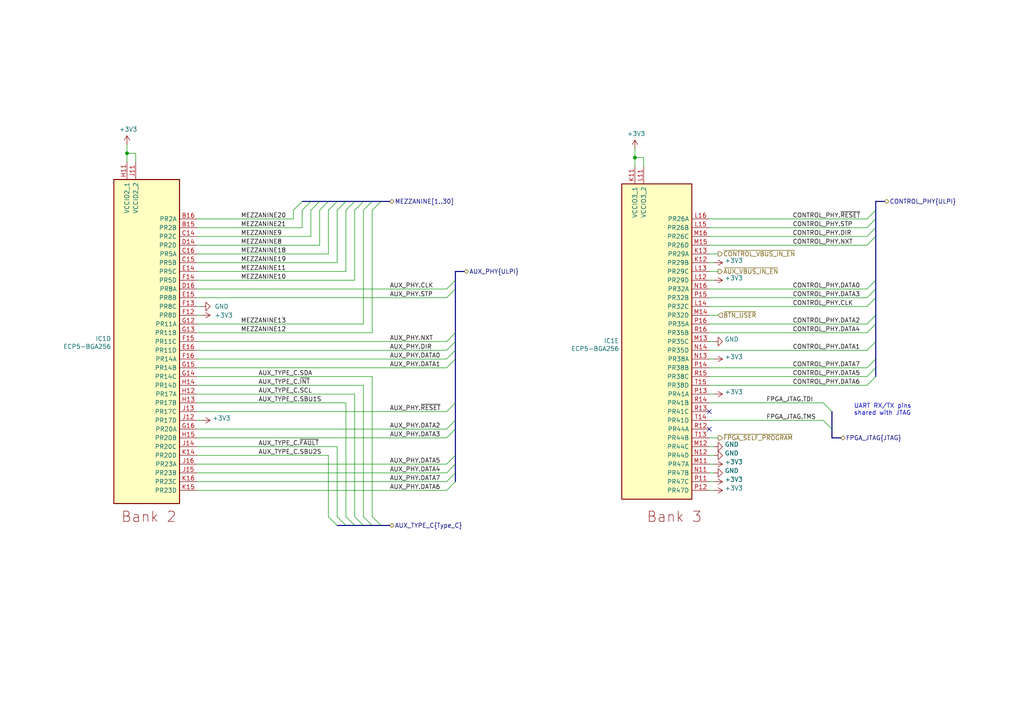
<source format=kicad_sch>
(kicad_sch (version 20230121) (generator eeschema)
  (paper "A4")
  (title_block (title "Cynthion") (date "${DATE}") (rev "${VERSION}") (company "Copyright 2019-2023 Great Scott Gadgets") (comment 1 "Licensed under the CERN-OHL-P v2"))
  (lib_symbols
    (symbol "fpgas_and_processors:ECP5-BGA256" (pin_names (offset 0.762))
      (property "Reference" "IC" (at -2.54 1.27 0))
      (property "Value" "ECP5-BGA256" (at 10.16 1.27 0))
      (symbol "ECP5-BGA256_1_0"
        (rectangle (start 5.08 0) (end 33.02 -71.12) (stroke (width 0.3048)) (fill (type background)))
      )
      (symbol "ECP5-BGA256_1_1"
        (text "FPGA Supplies" (at 19.05 -76.2 0) (effects (font (size 2.9972 2.9972))))
        (pin power_in line (at 38.1 -2.54 180) (length 5.08) (name "GND_1") (number "A1"))
        (pin power_in line (at 38.1 -5.08 180) (length 5.08) (name "GND_2") (number "A16"))
        (pin power_in line (at 38.1 -10.16 180) (length 5.08) (name "GND_4") (number "D15"))
        (pin power_in line (at 38.1 -7.62 180) (length 5.08) (name "GND_3") (number "D2"))
        (pin power_in line (at 38.1 -12.7 180) (length 5.08) (name "GND_5") (number "F8"))
        (pin power_in line (at 38.1 -15.24 180) (length 5.08) (name "GND_6") (number "F9"))
        (pin power_in line (at 38.1 -20.32 180) (length 5.08) (name "GND_8") (number "G10"))
        (pin power_in line (at 0 -66.04 0) (length 5.08) (name "VCCAUX_1") (number "G11"))
        (pin power_in line (at 0 -2.54 0) (length 5.08) (name "VCC_1") (number "G6"))
        (pin power_in line (at 0 -5.08 0) (length 5.08) (name "VCC_2") (number "G7"))
        (pin power_in line (at 38.1 -17.78 180) (length 5.08) (name "GND_7") (number "G8"))
        (pin power_in line (at 0 -7.62 0) (length 5.08) (name "VCC_3") (number "G9"))
        (pin power_in line (at 38.1 -22.86 180) (length 5.08) (name "GND_9") (number "H1"))
        (pin power_in line (at 38.1 -30.48 180) (length 5.08) (name "GND_12") (number "H10"))
        (pin power_in line (at 38.1 -33.02 180) (length 5.08) (name "GND_13") (number "H16"))
        (pin power_in line (at 38.1 -25.4 180) (length 5.08) (name "GND_10") (number "H8"))
        (pin power_in line (at 38.1 -27.94 180) (length 5.08) (name "GND_11") (number "H9"))
        (pin power_in line (at 38.1 -40.64 180) (length 5.08) (name "GND_16") (number "J10"))
        (pin power_in line (at 38.1 -35.56 180) (length 5.08) (name "GND_14") (number "J8"))
        (pin power_in line (at 38.1 -38.1 180) (length 5.08) (name "GND_15") (number "J9"))
        (pin power_in line (at 38.1 -53.34 180) (length 5.08) (name "GND_21") (number "K10"))
        (pin power_in line (at 38.1 -43.18 180) (length 5.08) (name "GND_17") (number "K6"))
        (pin power_in line (at 38.1 -45.72 180) (length 5.08) (name "GND_18") (number "K7"))
        (pin power_in line (at 38.1 -48.26 180) (length 5.08) (name "GND_19") (number "K8"))
        (pin power_in line (at 38.1 -50.8 180) (length 5.08) (name "GND_20") (number "K9"))
        (pin power_in line (at 0 -15.24 0) (length 5.08) (name "VCC_6") (number "L10"))
        (pin power_in line (at 0 -68.58 0) (length 5.08) (name "VCCAUX_2") (number "L7"))
        (pin power_in line (at 0 -10.16 0) (length 5.08) (name "VCC_4") (number "L8"))
        (pin power_in line (at 0 -12.7 0) (length 5.08) (name "VCC_5") (number "L9"))
        (pin power_in line (at 38.1 -58.42 180) (length 5.08) (name "GND_23") (number "N15"))
        (pin power_in line (at 38.1 -55.88 180) (length 5.08) (name "GND_22") (number "N2"))
        (pin power_in line (at 38.1 -60.96 180) (length 5.08) (name "GND_24") (number "T1"))
        (pin power_in line (at 38.1 -66.04 180) (length 5.08) (name "GND_26") (number "T12"))
        (pin power_in line (at 38.1 -68.58 180) (length 5.08) (name "GND_27") (number "T16"))
        (pin power_in line (at 38.1 -63.5 180) (length 5.08) (name "GND_25") (number "T5"))
      )
      (symbol "ECP5-BGA256_2_1"
        (rectangle (start 0 0) (end 19.05 -74.93) (stroke (width 0.3048)) (fill (type background)))
        (text "Bank 0" (at 10.16 -78.74 0) (effects (font (size 2.9972 2.9972))))
        (pin bidirectional line (at 24.13 -11.43 180) (length 5.08) (name "PT4A") (number "A2"))
        (pin bidirectional line (at 24.13 -16.51 180) (length 5.08) (name "PT6A") (number "A3"))
        (pin bidirectional line (at 24.13 -19.05 180) (length 5.08) (name "PT6B") (number "A4"))
        (pin bidirectional line (at 24.13 -43.18 180) (length 5.08) (name "PT18A") (number "A5"))
        (pin bidirectional line (at 24.13 -45.72 180) (length 5.08) (name "PT18B") (number "A6"))
        (pin bidirectional line (at 24.13 -68.58 180) (length 5.08) (name "PT29A") (number "A7"))
        (pin bidirectional line (at 24.13 -71.12 180) (length 5.08) (name "PT29B") (number "A8"))
        (pin bidirectional line (at 24.13 -13.97 180) (length 5.08) (name "PT4B") (number "B3"))
        (pin bidirectional line (at 24.13 -29.21 180) (length 5.08) (name "PT11B") (number "B4"))
        (pin bidirectional line (at 24.13 -39.37 180) (length 5.08) (name "PT15B") (number "B5"))
        (pin bidirectional line (at 24.13 -55.88 180) (length 5.08) (name "PT22B") (number "B6"))
        (pin bidirectional line (at 24.13 -66.04 180) (length 5.08) (name "PT27B") (number "B7"))
        (pin bidirectional line (at 24.13 -26.67 180) (length 5.08) (name "PT11A") (number "C4"))
        (pin bidirectional line (at 24.13 -36.83 180) (length 5.08) (name "PT15A") (number "C5"))
        (pin bidirectional line (at 24.13 -53.34 180) (length 5.08) (name "PT22A") (number "C6"))
        (pin bidirectional line (at 24.13 -63.5 180) (length 5.08) (name "PT27A") (number "C7"))
        (pin bidirectional line (at 24.13 -24.13 180) (length 5.08) (name "PT9B") (number "D4"))
        (pin bidirectional line (at 24.13 -34.29 180) (length 5.08) (name "PT13B") (number "D5"))
        (pin bidirectional line (at 24.13 -50.8 180) (length 5.08) (name "PT20B") (number "D6"))
        (pin bidirectional line (at 24.13 -60.96 180) (length 5.08) (name "PT24B") (number "D7"))
        (pin bidirectional line (at 24.13 -21.59 180) (length 5.08) (name "PT9A") (number "E4"))
        (pin bidirectional line (at 24.13 -31.75 180) (length 5.08) (name "PT13A") (number "E5"))
        (pin bidirectional line (at 24.13 -48.26 180) (length 5.08) (name "PT20A") (number "E6"))
        (pin bidirectional line (at 24.13 -58.42 180) (length 5.08) (name "PT24A") (number "E7"))
        (pin power_in line (at 7.62 5.08 270) (length 5.08) (name "VCCIO0_1") (number "F6"))
        (pin power_in line (at 5.08 5.08 270) (length 5.08) (name "VCCIO0_2") (number "F7"))
      )
      (symbol "ECP5-BGA256_3_0"
        (rectangle (start 0 0) (end 21.59 -93.98) (stroke (width 0.3048)) (fill (type background)))
      )
      (symbol "ECP5-BGA256_3_1"
        (text "Bank 1" (at 8.89 -96.52 0) (effects (font (size 2.9972 2.9972))))
        (pin bidirectional line (at 26.67 -34.29 180) (length 5.08) (name "PT42B") (number "A10"))
        (pin bidirectional line (at 26.67 -57.15 180) (length 5.08) (name "PT53A") (number "A11"))
        (pin bidirectional line (at 26.67 -59.69 180) (length 5.08) (name "PT53B") (number "A12"))
        (pin bidirectional line (at 26.67 -82.55 180) (length 5.08) (name "PT65A") (number "A13"))
        (pin bidirectional line (at 26.67 -85.09 180) (length 5.08) (name "PT65B") (number "A14"))
        (pin bidirectional line (at 26.67 -90.17 180) (length 5.08) (name "PT67B") (number "A15"))
        (pin bidirectional line (at 26.67 -31.75 180) (length 5.08) (name "PT42A") (number "A9"))
        (pin bidirectional line (at 26.67 -36.83 180) (length 5.08) (name "PT44A") (number "B10"))
        (pin bidirectional line (at 26.67 -46.99 180) (length 5.08) (name "PT49A") (number "B11"))
        (pin bidirectional line (at 26.67 -62.23 180) (length 5.08) (name "PT56A") (number "B12"))
        (pin bidirectional line (at 26.67 -72.39 180) (length 5.08) (name "PT60A") (number "B13"))
        (pin bidirectional line (at 26.67 -87.63 180) (length 5.08) (name "PT67A") (number "B14"))
        (pin bidirectional line (at 26.67 -19.05 180) (length 5.08) (name "PT35B") (number "B8"))
        (pin bidirectional line (at 26.67 -21.59 180) (length 5.08) (name "PT38A") (number "B9"))
        (pin bidirectional line (at 26.67 -39.37 180) (length 5.08) (name "PT44B") (number "C10"))
        (pin bidirectional line (at 26.67 -49.53 180) (length 5.08) (name "PT49B") (number "C11"))
        (pin bidirectional line (at 26.67 -64.77 180) (length 5.08) (name "PT56B") (number "C12"))
        (pin bidirectional line (at 26.67 -74.93 180) (length 5.08) (name "PT60B") (number "C13"))
        (pin bidirectional line (at 26.67 -16.51 180) (length 5.08) (name "PT35A") (number "C8"))
        (pin bidirectional line (at 26.67 -24.13 180) (length 5.08) (name "PT38B") (number "C9"))
        (pin bidirectional line (at 26.67 -41.91 180) (length 5.08) (name "PT47A") (number "D10"))
        (pin bidirectional line (at 26.67 -52.07 180) (length 5.08) (name "PT51A") (number "D11"))
        (pin bidirectional line (at 26.67 -67.31 180) (length 5.08) (name "PT58A") (number "D12"))
        (pin bidirectional line (at 26.67 -77.47 180) (length 5.08) (name "PT62A") (number "D13"))
        (pin bidirectional line (at 26.67 -13.97 180) (length 5.08) (name "PT33B") (number "D8"))
        (pin bidirectional line (at 26.67 -26.67 180) (length 5.08) (name "PT40A") (number "D9"))
        (pin bidirectional line (at 26.67 -44.45 180) (length 5.08) (name "PT47B") (number "E10"))
        (pin bidirectional line (at 26.67 -54.61 180) (length 5.08) (name "PT51B") (number "E11"))
        (pin bidirectional line (at 26.67 -69.85 180) (length 5.08) (name "PT58B") (number "E12"))
        (pin bidirectional line (at 26.67 -80.01 180) (length 5.08) (name "PT62B") (number "E13"))
        (pin bidirectional line (at 26.67 -11.43 180) (length 5.08) (name "PT33A") (number "E8"))
        (pin bidirectional line (at 26.67 -29.21 180) (length 5.08) (name "PT40B") (number "E9"))
        (pin power_in line (at 6.35 5.08 270) (length 5.08) (name "VCCIO1_1") (number "F10"))
        (pin power_in line (at 3.81 5.08 270) (length 5.08) (name "VCCIO1_2") (number "F11"))
      )
      (symbol "ECP5-BGA256_4_1"
        (rectangle (start 0 0) (end 19.05 -93.98) (stroke (width 0.3048)) (fill (type background)))
        (text "Bank 2" (at 10.16 -97.79 0) (effects (font (size 2.9972 2.9972))))
        (pin bidirectional line (at 24.13 -13.97 180) (length 5.08) (name "PR2B") (number "B15"))
        (pin bidirectional line (at 24.13 -11.43 180) (length 5.08) (name "PR2A") (number "B16"))
        (pin bidirectional line (at 24.13 -16.51 180) (length 5.08) (name "PR2C") (number "C14"))
        (pin bidirectional line (at 24.13 -24.13 180) (length 5.08) (name "PR5B") (number "C15"))
        (pin bidirectional line (at 24.13 -21.59 180) (length 5.08) (name "PR5A") (number "C16"))
        (pin bidirectional line (at 24.13 -19.05 180) (length 5.08) (name "PR2D") (number "D14"))
        (pin bidirectional line (at 24.13 -31.75 180) (length 5.08) (name "PR8A") (number "D16"))
        (pin bidirectional line (at 24.13 -26.67 180) (length 5.08) (name "PR5C") (number "E14"))
        (pin bidirectional line (at 24.13 -34.29 180) (length 5.08) (name "PR8B") (number "E15"))
        (pin bidirectional line (at 24.13 -49.53 180) (length 5.08) (name "PR11D") (number "E16"))
        (pin bidirectional line (at 24.13 -39.37 180) (length 5.08) (name "PR8D") (number "F12"))
        (pin bidirectional line (at 24.13 -36.83 180) (length 5.08) (name "PR8C") (number "F13"))
        (pin bidirectional line (at 24.13 -29.21 180) (length 5.08) (name "PR5D") (number "F14"))
        (pin bidirectional line (at 24.13 -46.99 180) (length 5.08) (name "PR11C") (number "F15"))
        (pin bidirectional line (at 24.13 -52.07 180) (length 5.08) (name "PR14A") (number "F16"))
        (pin bidirectional line (at 24.13 -41.91 180) (length 5.08) (name "PR11A") (number "G12"))
        (pin bidirectional line (at 24.13 -44.45 180) (length 5.08) (name "PR11B") (number "G13"))
        (pin bidirectional line (at 24.13 -57.15 180) (length 5.08) (name "PR14C") (number "G14"))
        (pin bidirectional line (at 24.13 -54.61 180) (length 5.08) (name "PR14B") (number "G15"))
        (pin bidirectional line (at 24.13 -72.39 180) (length 5.08) (name "PR20A") (number "G16"))
        (pin power_in line (at 3.81 5.08 270) (length 5.08) (name "VCCIO2_1") (number "H11"))
        (pin bidirectional line (at 24.13 -62.23 180) (length 5.08) (name "PR17A") (number "H12"))
        (pin bidirectional line (at 24.13 -64.77 180) (length 5.08) (name "PR17B") (number "H13"))
        (pin bidirectional line (at 24.13 -59.69 180) (length 5.08) (name "PR14D") (number "H14"))
        (pin bidirectional line (at 24.13 -74.93 180) (length 5.08) (name "PR20B") (number "H15"))
        (pin power_in line (at 6.35 5.08 270) (length 5.08) (name "VCCIO2_2") (number "J11"))
        (pin bidirectional line (at 24.13 -69.85 180) (length 5.08) (name "PR17D") (number "J12"))
        (pin bidirectional line (at 24.13 -67.31 180) (length 5.08) (name "PR17C") (number "J13"))
        (pin bidirectional line (at 24.13 -77.47 180) (length 5.08) (name "PR20C") (number "J14"))
        (pin bidirectional line (at 24.13 -85.09 180) (length 5.08) (name "PR23B") (number "J15"))
        (pin bidirectional line (at 24.13 -82.55 180) (length 5.08) (name "PR23A") (number "J16"))
        (pin bidirectional line (at 24.13 -80.01 180) (length 5.08) (name "PR20D") (number "K14"))
        (pin bidirectional line (at 24.13 -90.17 180) (length 5.08) (name "PR23D") (number "K15"))
        (pin bidirectional line (at 24.13 -87.63 180) (length 5.08) (name "PR23C") (number "K16"))
      )
      (symbol "ECP5-BGA256_5_0"
        (rectangle (start 0 0) (end 20.32 -91.44) (stroke (width 0.3048)) (fill (type background)))
      )
      (symbol "ECP5-BGA256_5_1"
        (text "Bank 3" (at 15.24 -96.52 0) (effects (font (size 2.9972 2.9972))))
        (pin power_in line (at 3.81 5.08 270) (length 5.08) (name "VCCIO3_1") (number "K11"))
        (pin bidirectional line (at 25.4 -22.86 180) (length 5.08) (name "PR29B") (number "K12"))
        (pin bidirectional line (at 25.4 -20.32 180) (length 5.08) (name "PR29A") (number "K13"))
        (pin power_in line (at 6.35 5.08 270) (length 5.08) (name "VCCIO3_2") (number "L11"))
        (pin bidirectional line (at 25.4 -27.94 180) (length 5.08) (name "PR29D") (number "L12"))
        (pin bidirectional line (at 25.4 -25.4 180) (length 5.08) (name "PR29C") (number "L13"))
        (pin bidirectional line (at 25.4 -35.56 180) (length 5.08) (name "PR32C") (number "L14"))
        (pin bidirectional line (at 25.4 -12.7 180) (length 5.08) (name "PR26B") (number "L15"))
        (pin bidirectional line (at 25.4 -10.16 180) (length 5.08) (name "PR26A") (number "L16"))
        (pin bidirectional line (at 25.4 -81.28 180) (length 5.08) (name "PR47A") (number "M11"))
        (pin bidirectional line (at 25.4 -76.2 180) (length 5.08) (name "PR44C") (number "M12"))
        (pin bidirectional line (at 25.4 -45.72 180) (length 5.08) (name "PR35C") (number "M13"))
        (pin bidirectional line (at 25.4 -38.1 180) (length 5.08) (name "PR32D") (number "M14"))
        (pin bidirectional line (at 25.4 -17.78 180) (length 5.08) (name "PR26D") (number "M15"))
        (pin bidirectional line (at 25.4 -15.24 180) (length 5.08) (name "PR26C") (number "M16"))
        (pin bidirectional line (at 25.4 -83.82 180) (length 5.08) (name "PR47B") (number "N11"))
        (pin bidirectional line (at 25.4 -78.74 180) (length 5.08) (name "PR44D") (number "N12"))
        (pin bidirectional line (at 25.4 -50.8 180) (length 5.08) (name "PR38A") (number "N13"))
        (pin bidirectional line (at 25.4 -48.26 180) (length 5.08) (name "PR35D") (number "N14"))
        (pin bidirectional line (at 25.4 -30.48 180) (length 5.08) (name "PR32A") (number "N16"))
        (pin bidirectional line (at 25.4 -86.36 180) (length 5.08) (name "PR47C") (number "P11"))
        (pin bidirectional line (at 25.4 -88.9 180) (length 5.08) (name "PR47D") (number "P12"))
        (pin bidirectional line (at 25.4 -60.96 180) (length 5.08) (name "PR41A") (number "P13"))
        (pin bidirectional line (at 25.4 -53.34 180) (length 5.08) (name "PR38B") (number "P14"))
        (pin bidirectional line (at 25.4 -33.02 180) (length 5.08) (name "PR32B") (number "P15"))
        (pin bidirectional line (at 25.4 -40.64 180) (length 5.08) (name "PR35A") (number "P16"))
        (pin bidirectional line (at 25.4 -71.12 180) (length 5.08) (name "PR44A") (number "R12"))
        (pin bidirectional line (at 25.4 -66.04 180) (length 5.08) (name "PR41C") (number "R13"))
        (pin bidirectional line (at 25.4 -63.5 180) (length 5.08) (name "PR41B") (number "R14"))
        (pin bidirectional line (at 25.4 -55.88 180) (length 5.08) (name "PR38C") (number "R15"))
        (pin bidirectional line (at 25.4 -43.18 180) (length 5.08) (name "PR35B") (number "R16"))
        (pin bidirectional line (at 25.4 -73.66 180) (length 5.08) (name "PR44B") (number "T13"))
        (pin bidirectional line (at 25.4 -68.58 180) (length 5.08) (name "PR41D") (number "T14"))
        (pin bidirectional line (at 25.4 -58.42 180) (length 5.08) (name "PR38D") (number "T15"))
      )
      (symbol "ECP5-BGA256_6_1"
        (rectangle (start 0 0) (end 19.05 -106.68) (stroke (width 0.3048)) (fill (type background)))
        (text "Bank 6" (at 11.43 -110.49 0) (effects (font (size 2.9972 2.9972))))
        (pin power_in line (at 3.81 5.08 270) (length 5.08) (name "VCCIO6_1") (number "J6"))
        (pin power_in line (at 6.35 5.08 270) (length 5.08) (name "VCCIO6_2") (number "J7"))
        (pin bidirectional line (at 24.13 -25.4 180) (length 5.08) (name "PL29A") (number "K4"))
        (pin bidirectional line (at 24.13 -27.94 180) (length 5.08) (name "PL29B") (number "K5"))
        (pin bidirectional line (at 24.13 -13.97 180) (length 5.08) (name "PL26A") (number "L1"))
        (pin bidirectional line (at 24.13 -16.51 180) (length 5.08) (name "PL26B") (number "L2"))
        (pin bidirectional line (at 24.13 -41.91 180) (length 5.08) (name "PL32C") (number "L3"))
        (pin bidirectional line (at 24.13 -30.48 180) (length 5.08) (name "PL29C") (number "L4"))
        (pin bidirectional line (at 24.13 -33.02 180) (length 5.08) (name "PL29D") (number "L5"))
        (pin bidirectional line (at 24.13 -19.05 180) (length 5.08) (name "PL26C") (number "M1"))
        (pin bidirectional line (at 24.13 -21.59 180) (length 5.08) (name "PL26D") (number "M2"))
        (pin bidirectional line (at 24.13 -44.45 180) (length 5.08) (name "PL32D") (number "M3"))
        (pin bidirectional line (at 24.13 -53.34 180) (length 5.08) (name "PL35C") (number "M4"))
        (pin bidirectional line (at 24.13 -78.74 180) (length 5.08) (name "PL44C") (number "M5"))
        (pin bidirectional line (at 24.13 -96.52 180) (length 5.08) (name "PL47A") (number "M6"))
        (pin bidirectional line (at 24.13 -36.83 180) (length 5.08) (name "PL32A") (number "N1"))
        (pin bidirectional line (at 24.13 -55.88 180) (length 5.08) (name "PL35D") (number "N3"))
        (pin bidirectional line (at 24.13 -60.96 180) (length 5.08) (name "PL38A") (number "N4"))
        (pin bidirectional line (at 24.13 -81.28 180) (length 5.08) (name "PL44D") (number "N5"))
        (pin bidirectional line (at 24.13 -99.06 180) (length 5.08) (name "PL47B") (number "N6"))
        (pin bidirectional line (at 24.13 -48.26 180) (length 5.08) (name "PL35A") (number "P1"))
        (pin bidirectional line (at 24.13 -39.37 180) (length 5.08) (name "PL32B") (number "P2"))
        (pin bidirectional line (at 24.13 -63.5 180) (length 5.08) (name "PL38B") (number "P3"))
        (pin bidirectional line (at 24.13 -85.09 180) (length 5.08) (name "PL41A") (number "P4"))
        (pin bidirectional line (at 24.13 -101.6 180) (length 5.08) (name "PL47D") (number "P5"))
        (pin bidirectional line (at 24.13 -104.14 180) (length 5.08) (name "PL47C") (number "P6"))
        (pin bidirectional line (at 24.13 -50.8 180) (length 5.08) (name "PL35B") (number "R1"))
        (pin bidirectional line (at 24.13 -66.04 180) (length 5.08) (name "PL38C") (number "R2"))
        (pin bidirectional line (at 24.13 -87.63 180) (length 5.08) (name "PL41B") (number "R3"))
        (pin bidirectional line (at 24.13 -90.17 180) (length 5.08) (name "PL41C") (number "R4"))
        (pin bidirectional line (at 24.13 -73.66 180) (length 5.08) (name "PL44A") (number "R5"))
        (pin bidirectional line (at 24.13 -68.58 180) (length 5.08) (name "PL38D") (number "T2"))
        (pin bidirectional line (at 24.13 -92.71 180) (length 5.08) (name "PL41D") (number "T3"))
        (pin bidirectional line (at 24.13 -76.2 180) (length 5.08) (name "PL44B") (number "T4"))
      )
      (symbol "ECP5-BGA256_7_1"
        (rectangle (start 0 0) (end 20.32 -109.22) (stroke (width 0.3048)) (fill (type background)))
        (text "Bank 7" (at 12.7 -113.03 0) (effects (font (size 2.9972 2.9972))))
        (pin bidirectional line (at 25.4 -10.16 180) (length 5.08) (name "PL2A") (number "B1"))
        (pin bidirectional line (at 25.4 -12.7 180) (length 5.08) (name "PL2B") (number "B2"))
        (pin bidirectional line (at 25.4 -22.86 180) (length 5.08) (name "PL5A") (number "C1"))
        (pin bidirectional line (at 25.4 -25.4 180) (length 5.08) (name "PL5B") (number "C2"))
        (pin bidirectional line (at 25.4 -15.24 180) (length 5.08) (name "PL2C") (number "C3"))
        (pin bidirectional line (at 25.4 -35.56 180) (length 5.08) (name "PL8A") (number "D1"))
        (pin bidirectional line (at 25.4 -17.78 180) (length 5.08) (name "PL2D") (number "D3"))
        (pin bidirectional line (at 25.4 -54.61 180) (length 5.08) (name "PL11D") (number "E1"))
        (pin bidirectional line (at 25.4 -38.1 180) (length 5.08) (name "PL8B") (number "E2"))
        (pin bidirectional line (at 25.4 -27.94 180) (length 5.08) (name "PL5C") (number "E3"))
        (pin bidirectional line (at 25.4 -59.69 180) (length 5.08) (name "PL14A") (number "F1"))
        (pin bidirectional line (at 25.4 -52.07 180) (length 5.08) (name "PL11C") (number "F2"))
        (pin bidirectional line (at 25.4 -30.48 180) (length 5.08) (name "PL5D") (number "F3"))
        (pin bidirectional line (at 25.4 -40.64 180) (length 5.08) (name "PL8C") (number "F4"))
        (pin bidirectional line (at 25.4 -43.18 180) (length 5.08) (name "PL8D") (number "F5"))
        (pin bidirectional line (at 25.4 -82.55 180) (length 5.08) (name "PL20A") (number "G1"))
        (pin bidirectional line (at 25.4 -62.23 180) (length 5.08) (name "PL14B") (number "G2"))
        (pin bidirectional line (at 25.4 -64.77 180) (length 5.08) (name "PL14C") (number "G3"))
        (pin bidirectional line (at 25.4 -49.53 180) (length 5.08) (name "PL11B") (number "G4"))
        (pin bidirectional line (at 25.4 -46.99 180) (length 5.08) (name "PL11A") (number "G5"))
        (pin bidirectional line (at 25.4 -85.09 180) (length 5.08) (name "PL20B") (number "H2"))
        (pin bidirectional line (at 25.4 -67.31 180) (length 5.08) (name "PL14D") (number "H3"))
        (pin bidirectional line (at 25.4 -73.66 180) (length 5.08) (name "PL17B") (number "H4"))
        (pin bidirectional line (at 25.4 -71.12 180) (length 5.08) (name "PL17A") (number "H5"))
        (pin power_in line (at 7.62 5.08 270) (length 5.08) (name "VCCIO7_1") (number "H6"))
        (pin power_in line (at 5.08 5.08 270) (length 5.08) (name "VCCIO7_2") (number "H7"))
        (pin bidirectional line (at 25.4 -95.25 180) (length 5.08) (name "PL23A") (number "J1"))
        (pin bidirectional line (at 25.4 -97.79 180) (length 5.08) (name "PL23B") (number "J2"))
        (pin bidirectional line (at 25.4 -87.63 180) (length 5.08) (name "PL20C") (number "J3"))
        (pin bidirectional line (at 25.4 -76.2 180) (length 5.08) (name "PL17C") (number "J4"))
        (pin bidirectional line (at 25.4 -78.74 180) (length 5.08) (name "PL17D") (number "J5"))
        (pin bidirectional line (at 25.4 -100.33 180) (length 5.08) (name "PL23C") (number "K1"))
        (pin bidirectional line (at 25.4 -102.87 180) (length 5.08) (name "PL23D") (number "K2"))
        (pin bidirectional line (at 25.4 -90.17 180) (length 5.08) (name "PL20D") (number "K3"))
      )
      (symbol "ECP5-BGA256_8_0"
        (text "(Config)" (at 13.97 -97.79 0) (effects (font (size 2.9972 2.9972))))
        (text "Bank 8" (at 13.97 -92.71 0) (effects (font (size 2.9972 2.9972))))
      )
      (symbol "ECP5-BGA256_8_1"
        (rectangle (start 0 0) (end 21.59 -88.9) (stroke (width 0.3048)) (fill (type background)))
        (pin power_in line (at 5.08 5.08 270) (length 5.08) (name "VCCIO8") (number "L6"))
        (pin output line (at 26.67 -57.15 180) (length 5.08) (name "TDO") (number "M10"))
        (pin bidirectional line (at 26.67 -24.13 180) (length 5.08) (name "D2/PB9B") (number "M7"))
        (pin bidirectional line (at 26.67 -39.37 180) (length 5.08) (name "DOUT/CSON/PB15B") (number "M8"))
        (pin bidirectional line (at 26.67 -41.91 180) (length 5.08) (name "WRITEEN/PB18A") (number "M9"))
        (pin input line (at 26.67 -68.58 180) (length 5.08) (name "CFG_0") (number "N10"))
        (pin bidirectional line (at 26.67 -21.59 180) (length 5.08) (name "D3/PB9A") (number "N7"))
        (pin bidirectional line (at 26.67 -36.83 180) (length 5.08) (name "HOLDN/DI/PB15A") (number "N8"))
        (pin bidirectional line (at 26.67 -63.5 180) (length 5.08) (name "MCLK/SCLK/CCLK") (number "N9"))
        (pin input line (at 26.67 -71.12 180) (length 5.08) (name "CFG_1") (number "P10"))
        (pin bidirectional line (at 26.67 -19.05 180) (length 5.08) (name "D4/PICO2/PB6B") (number "P7"))
        (pin bidirectional line (at 26.67 -34.29 180) (length 5.08) (name "CS1N/PB13B") (number "P8"))
        (pin bidirectional line (at 26.67 -80.01 180) (length 5.08) (name "DONE") (number "P9"))
        (pin input line (at 26.67 -73.66 180) (length 5.08) (name "CFG_2") (number "R10"))
        (pin input line (at 26.67 -54.61 180) (length 5.08) (name "TDI") (number "R11"))
        (pin bidirectional line (at 26.67 -13.97 180) (length 5.08) (name "D6/PB4B") (number "R6"))
        (pin bidirectional line (at 26.67 -16.51 180) (length 5.08) (name "D5/POCI2/PB6A") (number "R7"))
        (pin bidirectional line (at 26.67 -31.75 180) (length 5.08) (name "SN/CSN/PB13A") (number "R8"))
        (pin bidirectional line (at 26.67 -85.09 180) (length 5.08) (name "PROGRAMN") (number "R9"))
        (pin input line (at 26.67 -52.07 180) (length 5.08) (name "TCK") (number "T10"))
        (pin input line (at 26.67 -49.53 180) (length 5.08) (name "TMS") (number "T11"))
        (pin bidirectional line (at 26.67 -11.43 180) (length 5.08) (name "D7/PB4A") (number "T6"))
        (pin bidirectional line (at 26.67 -26.67 180) (length 5.08) (name "D1/POCI/PB11A") (number "T7"))
        (pin bidirectional line (at 26.67 -29.21 180) (length 5.08) (name "D0/PICO/PB11B") (number "T8"))
        (pin bidirectional line (at 26.67 -82.55 180) (length 5.08) (name "INITN") (number "T9"))
      )
    )
    (symbol "power:+3V3" (power) (pin_names (offset 0))
      (property "Value" "+3V3" (at 0 3.556 0))
      (symbol "+3V3_0_1"
        (polyline (pts (xy -0.762 1.27) (xy 0 2.54)))
        (polyline (pts (xy 0 0) (xy 0 2.54)))
        (polyline (pts (xy 0 2.54) (xy 0.762 1.27)))
      )
      (symbol "+3V3_1_1"
        (pin power_in line (at 0 0 90) (length 0) hide (name "+3V3") (number "1"))
      )
    )
    (symbol "power:GND" (power) (pin_names (offset 0))
      (property "Value" "GND" (at 0 -3.81 0))
      (symbol "GND_0_1"
        (polyline (pts (xy 0 0) (xy 0 -1.27) (xy 1.27 -1.27) (xy 0 -2.54) (xy -1.27 -1.27) (xy 0 -1.27)))
      )
      (symbol "GND_1_1"
        (pin power_in line (at 0 0 270) (length 0) hide (name "GND") (number "1"))
      )
    )
  )
  (junction (at 184.15 45.72))
  (junction (at 36.83 44.45))
  (no_connect (at 205.74 119.38))
  (no_connect (at 205.74 124.46))
  (bus_entry (at 102.87 149.86) (size 2.54 2.54))
  (bus_entry (at 129.54 101.6) (size 2.54 -2.54))
  (bus_entry (at 95.25 149.86) (size 2.54 2.54))
  (bus_entry (at 251.46 66.04) (size 2.54 -2.54))
  (bus_entry (at 92.71 60.96) (size 2.54 -2.54))
  (bus_entry (at 129.54 124.46) (size 2.54 -2.54))
  (bus_entry (at 129.54 83.82) (size 2.54 -2.54))
  (bus_entry (at 129.54 99.06) (size 2.54 -2.54))
  (bus_entry (at 251.46 101.6) (size 2.54 -2.54))
  (bus_entry (at 102.87 60.96) (size 2.54 -2.54))
  (bus_entry (at 90.17 60.96) (size 2.54 -2.54))
  (bus_entry (at 129.54 104.14) (size 2.54 -2.54))
  (bus_entry (at 100.33 60.96) (size 2.54 -2.54))
  (bus_entry (at 105.41 60.96) (size 2.54 -2.54))
  (bus_entry (at 238.76 121.92) (size 2.54 2.54))
  (bus_entry (at 129.54 127) (size 2.54 -2.54))
  (bus_entry (at 97.79 149.86) (size 2.54 2.54))
  (bus_entry (at 129.54 119.38) (size 2.54 -2.54))
  (bus_entry (at 85.09 60.96) (size 2.54 -2.54))
  (bus_entry (at 251.46 68.58) (size 2.54 -2.54))
  (bus_entry (at 129.54 86.36) (size 2.54 -2.54))
  (bus_entry (at 100.33 149.86) (size 2.54 2.54))
  (bus_entry (at 251.46 109.22) (size 2.54 -2.54))
  (bus_entry (at 129.54 106.68) (size 2.54 -2.54))
  (bus_entry (at 251.46 106.68) (size 2.54 -2.54))
  (bus_entry (at 251.46 93.98) (size 2.54 -2.54))
  (bus_entry (at 129.54 137.16) (size 2.54 -2.54))
  (bus_entry (at 251.46 86.36) (size 2.54 -2.54))
  (bus_entry (at 238.76 116.84) (size 2.54 2.54))
  (bus_entry (at 107.95 60.96) (size 2.54 -2.54))
  (bus_entry (at 97.79 60.96) (size 2.54 -2.54))
  (bus_entry (at 129.54 134.62) (size 2.54 -2.54))
  (bus_entry (at 87.63 60.96) (size 2.54 -2.54))
  (bus_entry (at 107.95 149.86) (size 2.54 2.54))
  (bus_entry (at 251.46 83.82) (size 2.54 -2.54))
  (bus_entry (at 105.41 149.86) (size 2.54 2.54))
  (bus_entry (at 251.46 88.9) (size 2.54 -2.54))
  (bus_entry (at 129.54 142.24) (size 2.54 -2.54))
  (bus_entry (at 251.46 71.12) (size 2.54 -2.54))
  (bus_entry (at 95.25 60.96) (size 2.54 -2.54))
  (bus_entry (at 251.46 96.52) (size 2.54 -2.54))
  (bus_entry (at 251.46 111.76) (size 2.54 -2.54))
  (bus_entry (at 129.54 139.7) (size 2.54 -2.54))
  (bus_entry (at 254 60.96) (size -2.54 2.54))
  (wire (pts (xy 105.41 111.76) (xy 105.41 149.86)))
  (bus (pts (xy 254 68.58) (xy 254 81.28)))
  (wire (pts (xy 251.46 66.04) (xy 205.74 66.04)))
  (wire (pts (xy 102.87 81.28) (xy 102.87 60.96)))
  (wire (pts (xy 184.15 43.18) (xy 184.15 45.72)))
  (bus (pts (xy 132.08 116.84) (xy 132.08 121.92)))
  (bus (pts (xy 95.25 58.42) (xy 97.79 58.42)))
  (wire (pts (xy 57.15 111.76) (xy 105.41 111.76)))
  (wire (pts (xy 184.15 45.72) (xy 186.69 45.72)))
  (bus (pts (xy 254 81.28) (xy 254 83.82)))
  (wire (pts (xy 85.09 63.5) (xy 85.09 60.96)))
  (wire (pts (xy 251.46 68.58) (xy 205.74 68.58)))
  (wire (pts (xy 90.17 68.58) (xy 57.15 68.58)))
  (bus (pts (xy 241.3 124.46) (xy 241.3 127)))
  (wire (pts (xy 100.33 78.74) (xy 57.15 78.74)))
  (bus (pts (xy 102.87 152.4) (xy 105.41 152.4)))
  (wire (pts (xy 100.33 116.84) (xy 100.33 149.86)))
  (bus (pts (xy 110.49 58.42) (xy 113.03 58.42)))
  (wire (pts (xy 208.28 127) (xy 205.74 127)))
  (wire (pts (xy 186.69 45.72) (xy 186.69 48.26)))
  (bus (pts (xy 254 86.36) (xy 254 91.44)))
  (bus (pts (xy 107.95 152.4) (xy 110.49 152.4)))
  (wire (pts (xy 92.71 71.12) (xy 92.71 60.96)))
  (bus (pts (xy 132.08 78.74) (xy 134.62 78.74)))
  (wire (pts (xy 57.15 71.12) (xy 92.71 71.12)))
  (wire (pts (xy 95.25 132.08) (xy 95.25 149.86)))
  (wire (pts (xy 129.54 137.16) (xy 57.15 137.16)))
  (bus (pts (xy 254 60.96) (xy 254 63.5)))
  (wire (pts (xy 205.74 104.14) (xy 207.01 104.14)))
  (wire (pts (xy 205.74 114.3) (xy 207.01 114.3)))
  (bus (pts (xy 254 66.04) (xy 254 68.58)))
  (bus (pts (xy 254 58.42) (xy 254 60.96)))
  (wire (pts (xy 129.54 106.68) (xy 57.15 106.68)))
  (wire (pts (xy 57.15 116.84) (xy 100.33 116.84)))
  (wire (pts (xy 97.79 129.54) (xy 97.79 149.86)))
  (wire (pts (xy 251.46 93.98) (xy 205.74 93.98)))
  (bus (pts (xy 132.08 81.28) (xy 132.08 83.82)))
  (wire (pts (xy 36.83 46.99) (xy 36.83 44.45)))
  (bus (pts (xy 105.41 58.42) (xy 107.95 58.42)))
  (wire (pts (xy 205.74 116.84) (xy 238.76 116.84)))
  (bus (pts (xy 97.79 58.42) (xy 100.33 58.42)))
  (wire (pts (xy 205.74 142.24) (xy 207.01 142.24)))
  (bus (pts (xy 132.08 99.06) (xy 132.08 101.6)))
  (wire (pts (xy 107.95 96.52) (xy 107.95 60.96)))
  (bus (pts (xy 132.08 121.92) (xy 132.08 124.46)))
  (wire (pts (xy 100.33 60.96) (xy 100.33 78.74)))
  (bus (pts (xy 102.87 58.42) (xy 105.41 58.42)))
  (wire (pts (xy 97.79 60.96) (xy 97.79 76.2)))
  (bus (pts (xy 100.33 152.4) (xy 102.87 152.4)))
  (wire (pts (xy 129.54 127) (xy 57.15 127)))
  (bus (pts (xy 132.08 78.74) (xy 132.08 81.28)))
  (wire (pts (xy 57.15 99.06) (xy 129.54 99.06)))
  (wire (pts (xy 36.83 44.45) (xy 36.83 41.91)))
  (wire (pts (xy 184.15 48.26) (xy 184.15 45.72)))
  (bus (pts (xy 254 63.5) (xy 254 66.04)))
  (wire (pts (xy 57.15 86.36) (xy 129.54 86.36)))
  (wire (pts (xy 57.15 83.82) (xy 129.54 83.82)))
  (bus (pts (xy 100.33 58.42) (xy 102.87 58.42)))
  (wire (pts (xy 129.54 139.7) (xy 57.15 139.7)))
  (bus (pts (xy 241.3 119.38) (xy 241.3 124.46)))
  (wire (pts (xy 107.95 109.22) (xy 107.95 149.86)))
  (bus (pts (xy 254 91.44) (xy 254 93.98)))
  (bus (pts (xy 132.08 132.08) (xy 132.08 134.62)))
  (wire (pts (xy 129.54 101.6) (xy 57.15 101.6)))
  (wire (pts (xy 205.74 63.5) (xy 251.46 63.5)))
  (wire (pts (xy 105.41 93.98) (xy 57.15 93.98)))
  (wire (pts (xy 251.46 111.76) (xy 205.74 111.76)))
  (wire (pts (xy 105.41 60.96) (xy 105.41 93.98)))
  (wire (pts (xy 57.15 81.28) (xy 102.87 81.28)))
  (wire (pts (xy 129.54 124.46) (xy 57.15 124.46)))
  (bus (pts (xy 254 104.14) (xy 254 106.68)))
  (bus (pts (xy 254 99.06) (xy 254 104.14)))
  (bus (pts (xy 105.41 152.4) (xy 107.95 152.4)))
  (bus (pts (xy 110.49 152.4) (xy 113.03 152.4)))
  (wire (pts (xy 57.15 129.54) (xy 97.79 129.54)))
  (bus (pts (xy 87.63 58.42) (xy 90.17 58.42)))
  (wire (pts (xy 205.74 137.16) (xy 207.01 137.16)))
  (wire (pts (xy 57.15 66.04) (xy 87.63 66.04)))
  (wire (pts (xy 129.54 142.24) (xy 57.15 142.24)))
  (wire (pts (xy 39.37 44.45) (xy 39.37 46.99)))
  (wire (pts (xy 205.74 81.28) (xy 207.01 81.28)))
  (bus (pts (xy 132.08 134.62) (xy 132.08 137.16)))
  (wire (pts (xy 205.74 132.08) (xy 207.01 132.08)))
  (wire (pts (xy 57.15 88.9) (xy 58.42 88.9)))
  (bus (pts (xy 132.08 137.16) (xy 132.08 139.7)))
  (wire (pts (xy 251.46 106.68) (xy 205.74 106.68)))
  (bus (pts (xy 132.08 104.14) (xy 132.08 116.84)))
  (wire (pts (xy 90.17 60.96) (xy 90.17 68.58)))
  (bus (pts (xy 92.71 58.42) (xy 95.25 58.42)))
  (wire (pts (xy 251.46 83.82) (xy 205.74 83.82)))
  (wire (pts (xy 205.74 129.54) (xy 207.01 129.54)))
  (wire (pts (xy 129.54 104.14) (xy 57.15 104.14)))
  (bus (pts (xy 107.95 58.42) (xy 110.49 58.42)))
  (wire (pts (xy 129.54 119.38) (xy 57.15 119.38)))
  (wire (pts (xy 57.15 91.44) (xy 58.42 91.44)))
  (bus (pts (xy 256.54 58.42) (xy 254 58.42)))
  (wire (pts (xy 95.25 73.66) (xy 95.25 60.96)))
  (wire (pts (xy 205.74 139.7) (xy 207.01 139.7)))
  (wire (pts (xy 208.28 78.74) (xy 205.74 78.74)))
  (wire (pts (xy 102.87 114.3) (xy 102.87 149.86)))
  (bus (pts (xy 132.08 124.46) (xy 132.08 132.08)))
  (wire (pts (xy 57.15 121.92) (xy 58.42 121.92)))
  (wire (pts (xy 107.95 109.22) (xy 57.15 109.22)))
  (wire (pts (xy 251.46 88.9) (xy 205.74 88.9)))
  (bus (pts (xy 90.17 58.42) (xy 92.71 58.42)))
  (wire (pts (xy 57.15 63.5) (xy 85.09 63.5)))
  (wire (pts (xy 129.54 134.62) (xy 57.15 134.62)))
  (bus (pts (xy 254 93.98) (xy 254 99.06)))
  (wire (pts (xy 208.28 91.44) (xy 205.74 91.44)))
  (wire (pts (xy 251.46 109.22) (xy 205.74 109.22)))
  (wire (pts (xy 57.15 132.08) (xy 95.25 132.08)))
  (wire (pts (xy 205.74 76.2) (xy 207.01 76.2)))
  (wire (pts (xy 251.46 96.52) (xy 205.74 96.52)))
  (wire (pts (xy 205.74 99.06) (xy 207.01 99.06)))
  (wire (pts (xy 205.74 134.62) (xy 207.01 134.62)))
  (bus (pts (xy 97.79 152.4) (xy 100.33 152.4)))
  (bus (pts (xy 132.08 101.6) (xy 132.08 104.14)))
  (bus (pts (xy 132.08 83.82) (xy 132.08 96.52)))
  (bus (pts (xy 254 83.82) (xy 254 86.36)))
  (wire (pts (xy 205.74 71.12) (xy 251.46 71.12)))
  (wire (pts (xy 251.46 101.6) (xy 205.74 101.6)))
  (wire (pts (xy 87.63 66.04) (xy 87.63 60.96)))
  (wire (pts (xy 57.15 96.52) (xy 107.95 96.52)))
  (wire (pts (xy 57.15 73.66) (xy 95.25 73.66)))
  (wire (pts (xy 102.87 114.3) (xy 57.15 114.3)))
  (bus (pts (xy 132.08 96.52) (xy 132.08 99.06)))
  (wire (pts (xy 205.74 121.92) (xy 238.76 121.92)))
  (wire (pts (xy 251.46 86.36) (xy 205.74 86.36)))
  (wire (pts (xy 97.79 76.2) (xy 57.15 76.2)))
  (wire (pts (xy 205.74 73.66) (xy 208.28 73.66)))
  (bus (pts (xy 243.84 127) (xy 241.3 127)))
  (wire (pts (xy 36.83 44.45) (xy 39.37 44.45)))
  (bus (pts (xy 254 106.68) (xy 254 109.22)))
  (text "UART RX/TX pins\nshared with JTAG" (at 247.65 120.65 0) (effects (font (size 1.27 1.27)) (justify left bottom)))
  (label "AUX_PHY.DATA1" (at 113.03 106.68 0))
  (label "MEZZANINE8" (at 69.85 71.12 0))
  (label "MEZZANINE13" (at 69.85 93.98 0))
  (label "AUX_PHY.~{RESET}" (at 113.03 119.38 0))
  (label "CONTROL_PHY.STP" (at 229.87 66.04 0))
  (label "MEZZANINE18" (at 69.85 73.66 0))
  (label "AUX_TYPE_C.~{INT}" (at 74.93 111.76 0))
  (label "FPGA_JTAG.TDI" (at 222.25 116.84 0))
  (label "AUX_PHY.DATA5" (at 113.03 134.62 0))
  (label "CONTROL_PHY.DATA7" (at 229.87 106.68 0))
  (label "MEZZANINE12" (at 69.85 96.52 0))
  (label "CONTROL_PHY.DATA0" (at 229.87 83.82 0))
  (label "CONTROL_PHY.DATA6" (at 229.87 111.76 0))
  (label "AUX_TYPE_C.SCL" (at 74.93 114.3 0))
  (label "CONTROL_PHY.~{RESET}" (at 229.87 63.5 0))
  (label "AUX_PHY.STP" (at 113.03 86.36 0))
  (label "AUX_TYPE_C.SBU1S" (at 74.93 116.84 0))
  (label "AUX_PHY.DIR" (at 113.03 101.6 0))
  (label "AUX_PHY.DATA7" (at 113.03 139.7 0))
  (label "MEZZANINE9" (at 69.85 68.58 0))
  (label "AUX_PHY.DATA3" (at 113.03 127 0))
  (label "AUX_TYPE_C.SDA" (at 74.93 109.22 0))
  (label "AUX_PHY.CLK" (at 113.03 83.82 0))
  (label "AUX_TYPE_C.~{FAULT}" (at 74.93 129.54 0))
  (label "MEZZANINE11" (at 69.85 78.74 0))
  (label "CONTROL_PHY.DATA3" (at 229.87 86.36 0))
  (label "MEZZANINE20" (at 69.85 63.5 0))
  (label "FPGA_JTAG.TMS" (at 222.25 121.92 0))
  (label "AUX_PHY.DATA6" (at 113.03 142.24 0))
  (label "AUX_PHY.DATA2" (at 113.03 124.46 0))
  (label "AUX_PHY.DATA0" (at 113.03 104.14 0))
  (label "CONTROL_PHY.CLK" (at 229.87 88.9 0))
  (label "CONTROL_PHY.DATA1" (at 229.87 101.6 0))
  (label "AUX_PHY.DATA4" (at 113.03 137.16 0))
  (label "CONTROL_PHY.DATA2" (at 229.87 93.98 0))
  (label "MEZZANINE21" (at 69.85 66.04 0))
  (label "AUX_TYPE_C.SBU2S" (at 74.93 132.08 0))
  (label "CONTROL_PHY.DIR" (at 229.87 68.58 0))
  (label "MEZZANINE10" (at 69.85 81.28 0))
  (label "CONTROL_PHY.DATA5" (at 229.87 109.22 0))
  (label "CONTROL_PHY.NXT" (at 229.87 71.12 0))
  (label "AUX_PHY.NXT" (at 113.03 99.06 0))
  (label "CONTROL_PHY.DATA4" (at 229.87 96.52 0))
  (label "MEZZANINE19" (at 69.85 76.2 0))
  (hierarchical_label "~{BTN_USER}" (shape input) (at 208.28 91.44 0))
  (hierarchical_label "CONTROL_PHY{ULPI}" (shape bidirectional) (at 256.54 58.42 0))
  (hierarchical_label "AUX_TYPE_C{Type_C}" (shape bidirectional) (at 113.03 152.4 0))
  (hierarchical_label "~{AUX_VBUS_IN_EN}" (shape output) (at 208.28 78.74 0))
  (hierarchical_label "MEZZANINE[1..30]" (shape bidirectional) (at 113.03 58.42 0))
  (hierarchical_label "~{CONTROL_VBUS_IN_EN}" (shape output) (at 208.28 73.66 0))
  (hierarchical_label "~{FPGA_SELF_PROGRAM}" (shape output) (at 208.28 127 0))
  (hierarchical_label "FPGA_JTAG{JTAG}" (shape bidirectional) (at 243.84 127 0))
  (hierarchical_label "AUX_PHY{ULPI}" (shape bidirectional) (at 134.62 78.74 0))
  (symbol (lib_id "power:+3V3") (at 36.83 41.91 0) (unit 1)
    (property "Reference" "#PWR087" (effects hide))
    (property "Value" "+3V3" (at 37.1856 37.5158 0))
  )
  (symbol (lib_id "power:+3V3") (at 207.01 114.3 270) (unit 1)
    (property "Reference" "#PWR0186" (effects hide))
    (property "Value" "+3V3" (at 210.185 113.665 90) (effects (justify left)))
  )
  (symbol (lib_id "power:+3V3") (at 207.01 134.62 270) (unit 1)
    (property "Reference" "#PWR0189" (effects hide))
    (property "Value" "+3V3" (at 210.185 133.985 90) (effects (justify left)))
  )
  (symbol (lib_id "power:+3V3") (at 207.01 142.24 270) (unit 1)
    (property "Reference" "#PWR0192" (effects hide))
    (property "Value" "+3V3" (at 210.185 141.605 90) (effects (justify left)))
  )
  (symbol (lib_id "power:GND") (at 207.01 99.06 90) (unit 1)
    (property "Reference" "#PWR0184" (effects hide))
    (property "Value" "GND" (at 210.185 98.425 90) (effects (justify right)))
  )
  (symbol (lib_id "power:+3V3") (at 58.42 91.44 270) (unit 1)
    (property "Reference" "#PWR0179" (effects hide))
    (property "Value" "+3V3" (at 62.23 91.44 90) (effects (justify left)))
  )
  (symbol (lib_id "power:+3V3") (at 207.01 76.2 270) (unit 1)
    (property "Reference" "#PWR0182" (effects hide))
    (property "Value" "+3V3" (at 210.185 75.565 90) (effects (justify left)))
  )
  (symbol (lib_id "power:+3V3") (at 207.01 81.28 270) (unit 1)
    (property "Reference" "#PWR0183" (effects hide))
    (property "Value" "+3V3" (at 210.185 80.645 90) (effects (justify left)))
  )
  (symbol (lib_id "power:GND") (at 207.01 132.08 90) (unit 1)
    (property "Reference" "#PWR0188" (effects hide))
    (property "Value" "GND" (at 210.185 131.445 90) (effects (justify right)))
  )
  (symbol (lib_id "power:+3V3") (at 207.01 104.14 270) (unit 1)
    (property "Reference" "#PWR0185" (effects hide))
    (property "Value" "+3V3" (at 210.185 103.505 90) (effects (justify left)))
  )
  (symbol (lib_id "fpgas_and_processors:ECP5-BGA256") (at 33.02 52.07 0) (unit 4)
    (property "Reference" "IC1" (at 32.258 98.2218 0) (effects (justify right)))
    (property "Value" "ECP5-BGA256" (at 32.258 100.5078 0) (effects (justify right)))
    (property "Footprint" "cynthion:lattice_cabga256" (effects hide))
    (property "Description" "FPGA - Field Programmable Gate Array ECP5; 12k LUTs; 1.1V" (effects hide))
    (property "Manufacturer" "Lattice" (effects hide))
    (property "Part Number" "LFE5U-12F-6BG256C" (effects hide))
    (property "Substitution" "LFE5U-12F-*BG256*, LFE5U-25F-*BG256*" (effects hide))
  )
  (symbol (lib_id "power:+3V3") (at 58.42 121.92 270) (unit 1)
    (property "Reference" "#PWR0177" (effects hide))
    (property "Value" "+3V3" (at 61.595 121.285 90) (effects (justify left)))
  )
  (symbol (lib_id "power:GND") (at 207.01 129.54 90) (unit 1)
    (property "Reference" "#PWR0187" (effects hide))
    (property "Value" "GND" (at 210.185 128.905 90) (effects (justify right)))
  )
  (symbol (lib_id "power:+3V3") (at 184.15 43.18 0) (unit 1)
    (property "Reference" "#PWR057" (effects hide))
    (property "Value" "+3V3" (at 184.5056 38.7858 0))
  )
  (symbol (lib_id "power:GND") (at 58.42 88.9 90) (unit 1)
    (property "Reference" "#PWR0178" (effects hide))
    (property "Value" "GND" (at 62.23 88.9 90) (effects (justify right)))
  )
  (symbol (lib_id "power:GND") (at 207.01 137.16 90) (unit 1)
    (property "Reference" "#PWR0190" (effects hide))
    (property "Value" "GND" (at 210.185 136.525 90) (effects (justify right)))
  )
  (symbol (lib_id "fpgas_and_processors:ECP5-BGA256") (at 180.34 53.34 0) (unit 5)
    (property "Reference" "IC1" (at 179.578 98.8568 0) (effects (justify right)))
    (property "Value" "ECP5-BGA256" (at 179.578 101.1428 0) (effects (justify right)))
    (property "Footprint" "cynthion:lattice_cabga256" (effects hide))
    (property "Description" "FPGA - Field Programmable Gate Array ECP5; 12k LUTs; 1.1V" (effects hide))
    (property "Manufacturer" "Lattice" (effects hide))
    (property "Part Number" "LFE5U-12F-6BG256C" (effects hide))
    (property "Substitution" "LFE5U-12F-*BG256*, LFE5U-25F-*BG256*" (effects hide))
  )
  (symbol (lib_id "power:+3V3") (at 207.01 139.7 270) (unit 1)
    (property "Reference" "#PWR0191" (effects hide))
    (property "Value" "+3V3" (at 210.185 139.065 90) (effects (justify left)))
  )
)
</source>
